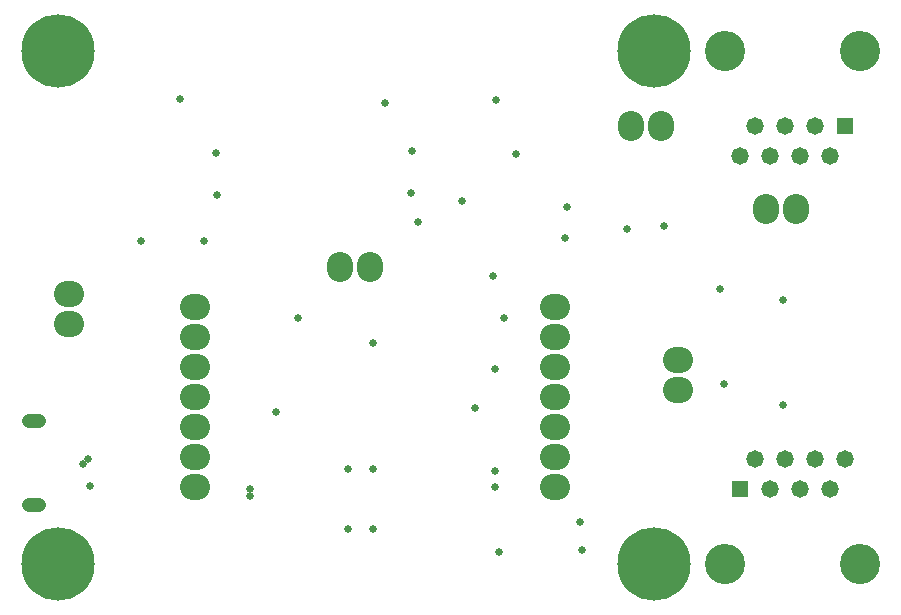
<source format=gbs>
G04*
G04 #@! TF.GenerationSoftware,Altium Limited,Altium Designer,24.1.2 (44)*
G04*
G04 Layer_Color=16711935*
%FSLAX44Y44*%
%MOMM*%
G71*
G04*
G04 #@! TF.SameCoordinates,CB13D785-5938-4027-9B75-91E117B44D59*
G04*
G04*
G04 #@! TF.FilePolarity,Negative*
G04*
G01*
G75*
%ADD39O,2.0532X1.2532*%
%ADD40C,6.2032*%
%ADD41O,2.5532X2.2032*%
%ADD42R,1.4712X1.4712*%
%ADD43C,1.4712*%
%ADD44C,3.4032*%
%ADD45O,2.2032X2.5532*%
%ADD46C,0.6532*%
D39*
X16510Y86360D02*
D03*
Y157860D02*
D03*
D40*
X36830Y36830D02*
D03*
X541020Y471170D02*
D03*
Y36830D02*
D03*
X36830Y471170D02*
D03*
D41*
X561340Y184150D02*
D03*
Y209550D02*
D03*
X457200Y254000D02*
D03*
Y228600D02*
D03*
Y203200D02*
D03*
Y177800D02*
D03*
Y152400D02*
D03*
Y127000D02*
D03*
Y101600D02*
D03*
X45720Y265430D02*
D03*
Y240030D02*
D03*
X152400Y254000D02*
D03*
Y228600D02*
D03*
Y203200D02*
D03*
Y177800D02*
D03*
Y152400D02*
D03*
Y127000D02*
D03*
Y101600D02*
D03*
D42*
X702700Y407400D02*
D03*
X613800Y100000D02*
D03*
D43*
X690000Y382000D02*
D03*
X677300Y407400D02*
D03*
X664600Y382000D02*
D03*
X651900Y407400D02*
D03*
X639200Y382000D02*
D03*
X626500Y407400D02*
D03*
X613800Y382000D02*
D03*
X702700Y125400D02*
D03*
X626500D02*
D03*
X639200Y100000D02*
D03*
X651900Y125400D02*
D03*
X664600Y100000D02*
D03*
X677300Y125400D02*
D03*
X690000Y100000D02*
D03*
D44*
X715400Y470900D02*
D03*
X601100D02*
D03*
Y36500D02*
D03*
X715400D02*
D03*
D45*
X275590Y288290D02*
D03*
X300990D02*
D03*
X662000Y337000D02*
D03*
X636600D02*
D03*
X521970Y407670D02*
D03*
X547370D02*
D03*
D46*
X63500Y102870D02*
D03*
X199390Y99805D02*
D03*
Y94035D02*
D03*
X58150Y121650D02*
D03*
X62230Y125730D02*
D03*
X303530Y116840D02*
D03*
X281940D02*
D03*
Y66040D02*
D03*
X406400Y115570D02*
D03*
Y101600D02*
D03*
X220980Y165100D02*
D03*
X596900Y269240D02*
D03*
X650240Y260350D02*
D03*
X549910Y322580D02*
D03*
X424180Y383540D02*
D03*
X303530Y66040D02*
D03*
X518160Y320040D02*
D03*
X389890Y168910D02*
D03*
X406400Y201930D02*
D03*
X303530Y223520D02*
D03*
X410210Y46990D02*
D03*
X478790Y72390D02*
D03*
X467360Y339090D02*
D03*
X405130Y280670D02*
D03*
X341630Y326390D02*
D03*
X313690Y426720D02*
D03*
X106680Y309880D02*
D03*
X160020D02*
D03*
X139700Y430530D02*
D03*
X650240Y171450D02*
D03*
X600710Y189230D02*
D03*
X407670Y429260D02*
D03*
X336550Y386080D02*
D03*
X170180Y384810D02*
D03*
X466090Y312420D02*
D03*
X378460Y344170D02*
D03*
X335280Y350520D02*
D03*
X414020Y245110D02*
D03*
X240030D02*
D03*
X480060Y48260D02*
D03*
X171450Y349250D02*
D03*
M02*

</source>
